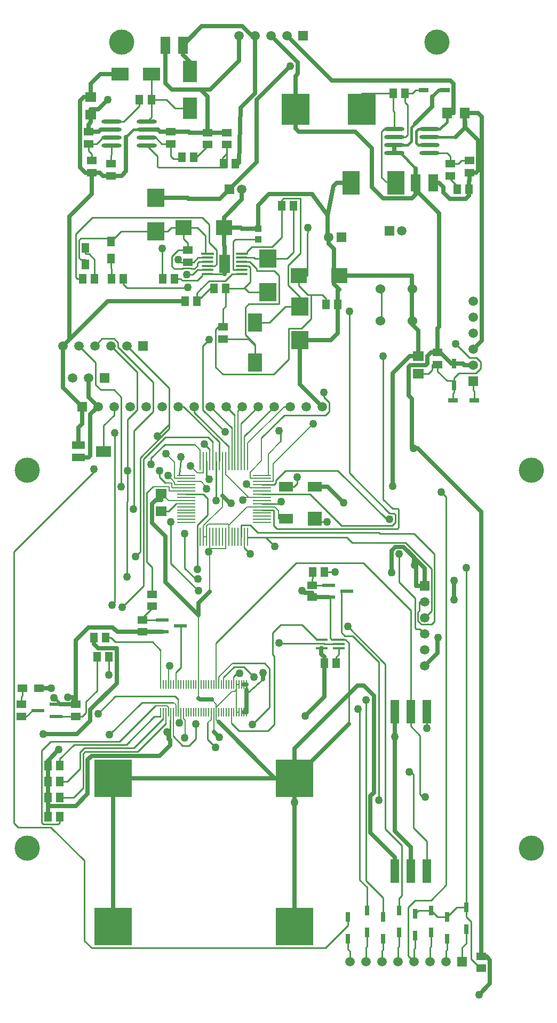
<source format=gtl>
%FSLAX25Y25*%
%MOIN*%
G70*
G01*
G75*
G04 Layer_Physical_Order=1*
G04 Layer_Color=255*
%ADD10R,0.03150X0.06299*%
%ADD11O,0.12598X0.02362*%
%ADD12R,0.00945X0.11811*%
%ADD13R,0.11811X0.00945*%
%ADD14O,0.11811X0.00945*%
%ADD15R,0.03937X0.04331*%
%ADD16R,0.05906X0.05118*%
%ADD17R,0.05118X0.05906*%
%ADD18R,0.09449X0.07087*%
%ADD19R,0.07874X0.04724*%
%ADD20R,0.08268X0.02362*%
%ADD21R,0.17716X0.19685*%
%ADD22R,0.08661X0.11811*%
%ADD23R,0.11024X0.07874*%
%ADD24R,0.06299X0.03150*%
%ADD25R,0.11000X0.15000*%
%ADD26R,0.10984X0.11811*%
%ADD27R,0.06496X0.04724*%
%ADD28R,0.06496X0.04528*%
%ADD29R,0.06299X0.10630*%
%ADD30R,0.10236X0.09449*%
%ADD31R,0.06299X0.07087*%
%ADD32R,0.07087X0.06299*%
%ADD33R,0.08661X0.13386*%
%ADD34R,0.04528X0.06496*%
%ADD35R,0.04724X0.06496*%
%ADD36R,0.07874X0.01378*%
%ADD37O,0.07874X0.01378*%
%ADD38R,0.06500X0.11201*%
%ADD39R,0.09055X0.05906*%
%ADD40R,0.09055X0.05906*%
%ADD41R,0.09055X0.09055*%
%ADD42R,0.05512X0.14961*%
%ADD43R,0.07284X0.01575*%
%ADD44R,0.23622X0.23622*%
%ADD45O,0.00669X0.05709*%
%ADD46R,0.00669X0.05709*%
%ADD47C,0.02500*%
%ADD48C,0.01000*%
%ADD49C,0.00800*%
%ADD50C,0.00600*%
%ADD51C,0.00661*%
%ADD52C,0.00700*%
%ADD53C,0.02205*%
%ADD54C,0.01654*%
%ADD55C,0.00965*%
%ADD56C,0.01102*%
%ADD57C,0.00900*%
%ADD58C,0.05906*%
%ADD59R,0.05906X0.05906*%
%ADD60C,0.06000*%
%ADD61R,0.05906X0.05906*%
%ADD62C,0.15748*%
%ADD63C,0.05000*%
D10*
X450000Y390693D02*
D03*
Y377307D02*
D03*
X484500Y719307D02*
D03*
Y732693D02*
D03*
X440000Y386693D02*
D03*
Y373307D02*
D03*
X418000Y386693D02*
D03*
Y373307D02*
D03*
X430000Y390693D02*
D03*
Y377307D02*
D03*
X460000Y388693D02*
D03*
Y375307D02*
D03*
X470000Y377307D02*
D03*
Y390693D02*
D03*
X480000Y373307D02*
D03*
Y386693D02*
D03*
X492000Y379307D02*
D03*
Y392693D02*
D03*
D11*
X292472Y869106D02*
D03*
Y874106D02*
D03*
Y879106D02*
D03*
Y884106D02*
D03*
X270425Y869106D02*
D03*
Y874106D02*
D03*
Y879106D02*
D03*
Y884106D02*
D03*
X469024Y864500D02*
D03*
Y869500D02*
D03*
Y874500D02*
D03*
Y879500D02*
D03*
X446976Y864500D02*
D03*
Y869500D02*
D03*
Y874500D02*
D03*
Y879500D02*
D03*
D12*
X325858Y671858D02*
D03*
X327827D02*
D03*
X329795D02*
D03*
X331764D02*
D03*
X333732D02*
D03*
X335701D02*
D03*
X337669D02*
D03*
X339638D02*
D03*
X341606D02*
D03*
X343575D02*
D03*
X345543D02*
D03*
X347512D02*
D03*
X349480D02*
D03*
X351449D02*
D03*
X353417D02*
D03*
X355386D02*
D03*
Y624614D02*
D03*
X353417D02*
D03*
X351449D02*
D03*
X349480D02*
D03*
X347512D02*
D03*
X345543D02*
D03*
X343575D02*
D03*
X341606D02*
D03*
X339638D02*
D03*
X337669D02*
D03*
X335701D02*
D03*
X333732D02*
D03*
X331764D02*
D03*
X329795D02*
D03*
X327827D02*
D03*
X325858D02*
D03*
D13*
X364244Y663000D02*
D03*
Y661032D02*
D03*
Y659063D02*
D03*
Y657095D02*
D03*
Y655126D02*
D03*
Y653158D02*
D03*
Y651189D02*
D03*
Y649221D02*
D03*
Y647252D02*
D03*
Y645284D02*
D03*
Y643315D02*
D03*
Y641347D02*
D03*
Y639378D02*
D03*
Y637410D02*
D03*
Y635441D02*
D03*
Y633473D02*
D03*
X317000D02*
D03*
Y635441D02*
D03*
Y637410D02*
D03*
Y639378D02*
D03*
Y641347D02*
D03*
Y643315D02*
D03*
Y645284D02*
D03*
Y647252D02*
D03*
Y649221D02*
D03*
Y651189D02*
D03*
Y653158D02*
D03*
Y655126D02*
D03*
Y657095D02*
D03*
Y659063D02*
D03*
Y661032D02*
D03*
D14*
Y663000D02*
D03*
D15*
X362000Y817346D02*
D03*
Y810654D02*
D03*
D16*
X258000Y859740D02*
D03*
Y852260D02*
D03*
X342449Y869866D02*
D03*
Y877346D02*
D03*
X330449Y869866D02*
D03*
Y877346D02*
D03*
X256000Y877740D02*
D03*
Y870260D02*
D03*
X340000Y755740D02*
D03*
Y748260D02*
D03*
X318000Y803740D02*
D03*
Y796260D02*
D03*
X501500Y362240D02*
D03*
Y354760D02*
D03*
X289795Y565047D02*
D03*
Y572528D02*
D03*
X395748Y586807D02*
D03*
Y594287D02*
D03*
X295795Y581047D02*
D03*
Y588528D02*
D03*
X248000Y519740D02*
D03*
Y512260D02*
D03*
X307500Y877740D02*
D03*
Y870260D02*
D03*
X270000Y850260D02*
D03*
Y857740D02*
D03*
X494000Y852260D02*
D03*
Y859740D02*
D03*
X474000Y739740D02*
D03*
Y732260D02*
D03*
X482000Y850260D02*
D03*
Y857740D02*
D03*
X214000Y512260D02*
D03*
Y519740D02*
D03*
D17*
X347740Y858000D02*
D03*
X340260D02*
D03*
X323740Y772000D02*
D03*
X316260D02*
D03*
X341740Y780000D02*
D03*
X334260D02*
D03*
X270260Y786000D02*
D03*
X277740D02*
D03*
X302260D02*
D03*
X309740D02*
D03*
X261213Y549547D02*
D03*
X268693D02*
D03*
X410693Y545547D02*
D03*
X403213D02*
D03*
X321740Y862000D02*
D03*
X314260D02*
D03*
X287760Y898000D02*
D03*
X295240D02*
D03*
X493740Y842000D02*
D03*
X486260D02*
D03*
X411740Y770000D02*
D03*
X404260D02*
D03*
X453740Y902000D02*
D03*
X446260D02*
D03*
X384189Y831606D02*
D03*
X376709D02*
D03*
X252260Y786000D02*
D03*
X259740D02*
D03*
X403488Y602547D02*
D03*
X396008D02*
D03*
X230713Y449547D02*
D03*
X238193D02*
D03*
X230713Y461547D02*
D03*
X238193D02*
D03*
X230713Y471547D02*
D03*
X238193D02*
D03*
X230713Y481547D02*
D03*
X238193D02*
D03*
X266693Y561547D02*
D03*
X259213D02*
D03*
D18*
X265480Y678000D02*
D03*
D19*
X249732Y674063D02*
D03*
Y681937D02*
D03*
D20*
X313504Y568787D02*
D03*
X302087Y565047D02*
D03*
Y572528D02*
D03*
X417457Y590547D02*
D03*
X406039Y586807D02*
D03*
Y594287D02*
D03*
X224291Y516000D02*
D03*
X235709Y519740D02*
D03*
Y512260D02*
D03*
D21*
X385331Y892000D02*
D03*
X426669D02*
D03*
D22*
X360000Y733598D02*
D03*
Y758402D02*
D03*
D23*
X295343Y914000D02*
D03*
X275657D02*
D03*
D24*
X478693Y904000D02*
D03*
X465307D02*
D03*
X483807Y710000D02*
D03*
X497193D02*
D03*
D25*
X448049Y846000D02*
D03*
X419951D02*
D03*
D26*
X298000Y836433D02*
D03*
Y815567D02*
D03*
X368000Y798433D02*
D03*
Y777567D02*
D03*
X388000Y768433D02*
D03*
Y747567D02*
D03*
D27*
X214685Y530000D02*
D03*
D28*
X225118D02*
D03*
D29*
X303988Y932000D02*
D03*
X315012D02*
D03*
X460488Y846000D02*
D03*
X471512D02*
D03*
D30*
X412598Y788000D02*
D03*
X387402D02*
D03*
X340598Y818000D02*
D03*
X315402D02*
D03*
D31*
X479937Y889606D02*
D03*
X490961D02*
D03*
D32*
X301500Y640488D02*
D03*
Y651512D02*
D03*
X462000Y737512D02*
D03*
Y726488D02*
D03*
X257500Y888488D02*
D03*
Y899512D02*
D03*
D33*
X319500Y892583D02*
D03*
Y915417D02*
D03*
D34*
X270000Y809118D02*
D03*
X254000Y794882D02*
D03*
D35*
X270000Y798685D02*
D03*
X254000Y805315D02*
D03*
D36*
X330480Y801606D02*
D03*
D37*
Y799047D02*
D03*
Y796488D02*
D03*
Y793929D02*
D03*
Y791370D02*
D03*
Y788811D02*
D03*
X351740Y801606D02*
D03*
Y799047D02*
D03*
Y796488D02*
D03*
Y793929D02*
D03*
Y791370D02*
D03*
Y788811D02*
D03*
D38*
X341110Y795209D02*
D03*
D39*
X397500Y656000D02*
D03*
X379390D02*
D03*
D40*
Y636000D02*
D03*
D41*
X397500D02*
D03*
D42*
X467453Y515154D02*
D03*
X457453D02*
D03*
X447453D02*
D03*
X467453Y415547D02*
D03*
X457453D02*
D03*
X447453D02*
D03*
D43*
X401638Y554988D02*
D03*
Y560106D02*
D03*
X412268D02*
D03*
Y557547D02*
D03*
Y554988D02*
D03*
D44*
X384579Y380762D02*
D03*
Y473478D02*
D03*
X271480Y380762D02*
D03*
Y473478D02*
D03*
D45*
X301158Y514886D02*
D03*
X302732D02*
D03*
X304307D02*
D03*
X305882D02*
D03*
X307457D02*
D03*
X309032D02*
D03*
X310606D02*
D03*
X312181D02*
D03*
X313756D02*
D03*
X315331D02*
D03*
X316906D02*
D03*
X318480D02*
D03*
X320055D02*
D03*
X321630D02*
D03*
X323205D02*
D03*
X324780D02*
D03*
X326354D02*
D03*
X327929D02*
D03*
X329504D02*
D03*
X331079D02*
D03*
X332654D02*
D03*
X334228D02*
D03*
X335803D02*
D03*
X337378D02*
D03*
X338953D02*
D03*
X340528D02*
D03*
X342102D02*
D03*
X343677D02*
D03*
X345252D02*
D03*
X346827D02*
D03*
X348402D02*
D03*
X349976D02*
D03*
X351551D02*
D03*
X353126D02*
D03*
X354701D02*
D03*
X301158Y532307D02*
D03*
X302732D02*
D03*
X304307D02*
D03*
X305882D02*
D03*
X307457D02*
D03*
X309032D02*
D03*
X310606D02*
D03*
X312181D02*
D03*
X313756D02*
D03*
X315331D02*
D03*
X316906D02*
D03*
X318480D02*
D03*
X320055D02*
D03*
X321630D02*
D03*
X323205D02*
D03*
X324780D02*
D03*
X326354D02*
D03*
X327929D02*
D03*
X329504D02*
D03*
X331079D02*
D03*
X332654D02*
D03*
X334228D02*
D03*
X335803D02*
D03*
X337378D02*
D03*
X338953D02*
D03*
X340528D02*
D03*
X342102D02*
D03*
X343677D02*
D03*
X345252D02*
D03*
X346827D02*
D03*
X348402D02*
D03*
X349976D02*
D03*
X351551D02*
D03*
X353126D02*
D03*
D46*
X354701D02*
D03*
D47*
X474000Y561000D02*
X474500Y561500D01*
X474000Y552000D02*
Y561000D01*
X466000Y544000D02*
X474000Y552000D01*
X459275Y611625D02*
X466000Y604900D01*
X446000Y726824D02*
X450797Y731621D01*
X446000Y656063D02*
Y726824D01*
X401500Y554850D02*
X401638Y554988D01*
X401500Y551113D02*
Y554850D01*
Y551113D02*
X403213Y549400D01*
Y545547D02*
Y549400D01*
Y524413D02*
Y545547D01*
X391400Y512600D02*
X403213Y524413D01*
X306200Y498200D02*
X306986Y497414D01*
X306200Y498200D02*
Y501500D01*
X300353Y487539D02*
X306986Y494173D01*
X258000Y487539D02*
X300353D01*
X248000Y456300D02*
X255500Y463800D01*
X232000Y456300D02*
X248000D01*
X230713Y457587D02*
X232000Y456300D01*
X230713Y457587D02*
Y461547D01*
X305200Y502500D02*
X306200Y501500D01*
X306986Y494173D02*
Y497414D01*
X255500Y485039D02*
X258000Y487539D01*
X255500Y463800D02*
Y485039D01*
X230713Y449547D02*
Y457587D01*
X259213Y557587D02*
Y561547D01*
Y557587D02*
X262000Y554800D01*
X273600D01*
Y533000D02*
Y554800D01*
X257150Y516550D02*
X273600Y533000D01*
X257150Y509550D02*
Y516550D01*
X248766Y501166D02*
X257150Y509550D01*
X227722Y501166D02*
X248766D01*
X230713Y484600D02*
X237500Y491387D01*
X230713Y481547D02*
Y484600D01*
Y471547D02*
Y481547D01*
Y461547D02*
Y471547D01*
X360900Y897700D02*
X382100Y918900D01*
X360900Y858900D02*
Y897700D01*
X344000Y842000D02*
X360900Y858900D01*
X338000Y836000D02*
X344000Y842000D01*
X318433Y836000D02*
X338000D01*
X318000Y836433D02*
X318433Y836000D01*
X298000Y836433D02*
X318000D01*
X344312Y645500D02*
X345000D01*
X339638Y650174D02*
X344312Y645500D01*
X499900Y338260D02*
X506800Y345160D01*
Y360000D01*
X504560Y362240D02*
X506800Y360000D01*
X501500Y362240D02*
X504560D01*
X501500D02*
Y640250D01*
X461750Y680000D02*
X501500Y640250D01*
X458000Y680000D02*
X461750D01*
X458000D02*
Y711000D01*
X456200Y712800D02*
X458000Y711000D01*
X456200Y712800D02*
Y731000D01*
X457200Y732000D01*
X466800D01*
X467800Y733000D01*
Y737540D01*
X470000Y739740D01*
X474000D01*
X470800Y893600D02*
Y900000D01*
X460200Y883000D02*
X470800Y893600D01*
X490793Y732000D02*
X496500D01*
X490100Y732693D02*
X490793Y732000D01*
X484500Y732693D02*
X490100D01*
X482747D02*
X484500D01*
X475700Y739740D02*
X482747Y732693D01*
X474000Y739740D02*
X475700D01*
X446976Y864500D02*
Y869500D01*
X474000Y739740D02*
Y754700D01*
X475000Y755700D01*
X460488Y841412D02*
Y846000D01*
X475000Y755700D02*
Y826900D01*
X460488Y841412D02*
X475000Y826900D01*
X460488Y838688D02*
Y841412D01*
X458000Y836200D02*
X460488Y838688D01*
X440200Y836200D02*
X458000D01*
X433200Y843200D02*
X440200Y836200D01*
X433200Y843200D02*
Y867500D01*
X422700Y878000D02*
X433200Y867500D01*
X387331Y878000D02*
X422700D01*
X385331Y880000D02*
X387331Y878000D01*
X385331Y880000D02*
Y892000D01*
X460488Y846000D02*
Y854912D01*
X385331Y892000D02*
Y912656D01*
X386850Y914175D01*
Y921150D01*
X370000Y938000D02*
X386850Y921150D01*
X249732Y674063D02*
X256000D01*
X257200Y675263D01*
Y701200D01*
X262000Y706000D01*
X256000Y712000D02*
X262000Y706000D01*
X256000Y712000D02*
Y724000D01*
X319500Y915417D02*
Y921400D01*
X315012Y925888D02*
X319500Y921400D01*
X315012Y925888D02*
Y932000D01*
X353126Y532307D02*
X354701D01*
X353126Y514886D02*
X354701D01*
Y528852D01*
X365200Y535400D02*
Y539400D01*
X315012Y932000D02*
X326812Y943800D01*
X352100D01*
X357900Y938000D01*
X360000D01*
Y901800D02*
Y938000D01*
X350900Y892700D02*
X360000Y901800D01*
X349965Y858387D02*
X350900Y892700D01*
X225118Y530000D02*
X232750D01*
X479937Y889606D02*
X484100D01*
X482000Y909800D02*
X484100Y907700D01*
X408200Y909800D02*
X482000D01*
X380000Y938000D02*
X408200Y909800D01*
X262200Y892000D02*
X268000Y897800D01*
X257500Y888488D02*
Y892000D01*
X263866Y879106D02*
X270425D01*
X262500Y877740D02*
X263866Y879106D01*
X256000Y877740D02*
X262500D01*
X257500Y883800D02*
Y888488D01*
X256000Y882300D02*
X257500Y883800D01*
X256000Y877740D02*
Y882300D01*
X447453Y499500D02*
Y515154D01*
X457453Y415547D02*
Y430500D01*
X447453Y440500D02*
Y499500D01*
Y440500D02*
X457453Y430500D01*
X334228Y502672D02*
X337700Y499200D01*
X411000Y846000D02*
X419951D01*
X409000Y844000D02*
X411000Y846000D01*
X405500Y825600D02*
X409000Y844000D01*
X395791Y838809D02*
X405500Y825600D01*
X368809Y838809D02*
X395791D01*
X362000Y832000D02*
X368809Y838809D01*
X362000Y817346D02*
Y832000D01*
X351554Y817346D02*
X362000D01*
X350900Y818000D02*
X351554Y817346D01*
X340598Y818000D02*
X350900D01*
X340598Y806812D02*
Y818000D01*
Y806812D02*
X341110Y806300D01*
Y795209D02*
Y806300D01*
X340598Y818000D02*
Y824098D01*
X351874Y835374D01*
Y840000D01*
X341110Y788811D02*
Y795209D01*
X240000Y744000D02*
X244000Y748000D01*
X412598Y788000D02*
X458000D01*
Y757500D02*
X462000Y753500D01*
Y737512D02*
Y753500D01*
X409598Y788000D02*
X412598D01*
X268000Y772000D02*
X315500D01*
X244000Y748000D02*
X268000Y772000D01*
X244000Y748000D02*
Y824800D01*
X258000Y838800D01*
Y852260D01*
X450797Y731621D02*
X456688Y737512D01*
X301500Y651512D02*
X301740D01*
X301500Y647500D02*
Y651512D01*
X295707Y645207D02*
X298000Y647500D01*
X324780Y583082D02*
X331764Y590066D01*
X295707Y633293D02*
Y645207D01*
Y633293D02*
X304200Y624800D01*
Y596080D02*
Y624800D01*
Y596080D02*
X324780Y575500D01*
Y583082D01*
X447453Y415547D02*
Y424300D01*
X434300Y464667D02*
Y525200D01*
X384579Y473478D02*
X418700Y507599D01*
X432152Y462519D02*
X434300Y464667D01*
X424000Y531500D02*
X428000D01*
X384579Y473478D02*
Y492079D01*
X432152Y439601D02*
X447453Y424300D01*
X432152Y439601D02*
Y462519D01*
X428000Y531500D02*
X434300Y525200D01*
X418700Y526200D02*
X424000Y531500D01*
X395748Y586807D02*
X406039D01*
X324780Y523600D02*
X325580Y522800D01*
X333003D01*
X337300Y508703D02*
X372525Y473478D01*
X271480D02*
X372525D01*
X384579D01*
X271480Y380762D02*
Y473478D01*
X238400Y519740D02*
X248000D01*
X289795Y565047D02*
X302087D01*
X384579Y380762D02*
Y458650D01*
Y473478D01*
X273953Y565047D02*
X289795D01*
X271000Y568000D02*
X273953Y565047D01*
X256200Y568000D02*
X271000D01*
X248000Y559800D02*
X256200Y568000D01*
X248000Y519740D02*
Y559800D01*
X246000Y524300D02*
X248000Y519740D01*
X243000Y524300D02*
X246000D01*
X332000Y904200D02*
X350000Y922200D01*
X326100Y904200D02*
X332000D01*
X330449Y877346D02*
Y899851D01*
X350000Y922200D02*
Y938000D01*
X303988Y908212D02*
X308000Y904200D01*
X303988Y908212D02*
Y932000D01*
X330449Y877346D02*
X342449D01*
X319094D02*
X330449D01*
X318700Y877740D02*
X319094Y877346D01*
X307500Y877740D02*
X318700D01*
X406126Y807874D02*
Y812000D01*
Y807874D02*
X409500Y804500D01*
Y782457D02*
X412598Y779358D01*
X411740Y778500D02*
X412598Y779358D01*
X411740Y770000D02*
Y778500D01*
X300666Y877740D02*
X307500D01*
X299300Y879106D02*
X300666Y877740D01*
X292472Y879106D02*
X299300D01*
X279400Y853060D02*
Y874506D01*
X276600Y850260D02*
X279400Y853060D01*
X270000Y850260D02*
X276600D01*
X263500Y914000D02*
X275657D01*
X257500Y908000D02*
X263500Y914000D01*
X257500Y899512D02*
Y908000D01*
X253000Y899512D02*
X257500D01*
X250700Y897212D02*
X253000Y899512D01*
X250700Y855560D02*
Y897212D01*
Y855560D02*
X254000Y852260D01*
X258000D01*
X411740Y752000D02*
Y770000D01*
X407307Y747567D02*
X411740Y752000D01*
X388000Y747567D02*
X407307D01*
X265000Y850260D02*
X270000D01*
X263000Y852260D02*
X265000Y850260D01*
X258000Y852260D02*
X263000D01*
X388000Y720000D02*
Y747567D01*
Y720000D02*
X402000Y706000D01*
X249732Y681937D02*
Y692800D01*
X252000Y695068D01*
Y706000D01*
X240000Y718000D02*
Y744000D01*
Y718000D02*
X252000Y706000D01*
X471512Y846000D02*
X474900D01*
X477800Y843100D01*
Y840000D02*
Y843100D01*
Y840000D02*
X481800Y836000D01*
X491740D01*
X493740Y838000D01*
Y842000D01*
Y847000D01*
X494000Y847260D01*
Y852260D01*
X491411Y880450D02*
X499300Y872561D01*
Y853560D02*
Y872561D01*
X494000Y852260D02*
X498000D01*
X499300Y853560D01*
X490961Y880900D02*
Y889606D01*
X499300D01*
X501800Y887106D01*
Y747300D02*
Y887106D01*
X496500Y742000D02*
X501800Y747300D01*
X395748Y586807D02*
Y589600D01*
X389500Y591000D02*
X390900Y589600D01*
X459275Y607225D02*
X459700Y606800D01*
X452844Y618350D02*
X459275Y611919D01*
X445300Y602200D02*
Y616000D01*
X447650Y618350D01*
X466000Y594000D02*
Y604900D01*
X460800Y594000D02*
X466000D01*
X460800D02*
Y605700D01*
X459700Y606800D02*
X460800Y605700D01*
X484300Y585100D02*
Y597100D01*
X456688Y737512D02*
X462000D01*
X405500Y656000D02*
X415500Y646000D01*
X397500Y656000D02*
X405500D01*
X459275Y607225D02*
Y611625D01*
Y611919D01*
X447650Y618350D02*
X452550D01*
X452844D01*
X452550D02*
X459275Y611625D01*
X348500Y857000D02*
X348599Y857094D01*
X349965Y858387D01*
X257500Y892000D02*
X262200D01*
X484100Y889606D02*
Y907700D01*
X298000Y647500D02*
X301500D01*
X331100Y615300D02*
X331764D01*
X308000Y904200D02*
X326100D01*
X332000D01*
X326100D02*
X330449Y899851D01*
X390900Y589600D02*
X395748D01*
X384579Y492079D02*
X418700Y526200D01*
X424000Y531500D01*
X409500Y782457D02*
Y788000D01*
Y804500D01*
X405500Y812000D02*
Y825600D01*
X450797Y731621D02*
X456688Y737512D01*
X458000Y757500D02*
Y759500D01*
Y779500D01*
Y788000D01*
X485461Y874500D02*
X491411Y880450D01*
X490961Y889606D02*
X491411Y880450D01*
X499300Y872561D01*
X490961Y880900D02*
X491411Y880450D01*
D48*
X476500Y652600D02*
X479500Y649600D01*
Y406700D02*
Y649600D01*
X470100Y397300D02*
X479500Y406700D01*
X460000Y397300D02*
X470100D01*
X455700Y393000D02*
X460000Y397300D01*
X455700Y362395D02*
Y393000D01*
Y362395D02*
X459394Y358701D01*
X375000Y691000D02*
X375200D01*
X376200Y690000D01*
X305900Y640488D02*
X310695Y645284D01*
X301500Y640488D02*
X305900D01*
X356000Y527553D02*
X365200Y535400D01*
X354701Y528852D02*
Y532307D01*
Y528852D02*
X356000Y527553D01*
X464600Y462000D02*
X466500D01*
X463200Y463400D02*
X464600Y462000D01*
X463200Y463400D02*
Y500353D01*
X457453Y506100D02*
X463200Y500353D01*
X457453Y506100D02*
Y515154D01*
X335803Y558303D02*
X385800Y608300D01*
X427800D01*
X457453Y578647D01*
Y515154D02*
Y578647D01*
X467453Y415547D02*
Y434300D01*
X459200Y442553D02*
X467453Y434300D01*
X459200Y442553D02*
Y475700D01*
X457400Y477500D02*
X459200Y475700D01*
X456500Y477500D02*
X457400D01*
X330500Y497796D02*
Y508046D01*
Y497796D02*
X335396Y492900D01*
X345908Y545400D02*
X366000D01*
X369200Y542200D01*
Y518000D02*
Y542200D01*
X358500Y507300D02*
X369200Y518000D01*
X467453Y504800D02*
Y515154D01*
X500840Y354760D02*
X501500D01*
X495100Y360500D02*
X500840Y354760D01*
X495100Y360500D02*
Y383900D01*
X492000Y387000D02*
X495100Y383900D01*
X492000Y387000D02*
Y392693D01*
X486000D02*
X492000D01*
X480000Y386693D02*
X486000Y392693D01*
X474000Y386693D02*
X480000D01*
X470000Y390693D02*
X474000Y386693D01*
X462000Y390693D02*
X470000D01*
X460000Y388693D02*
X462000Y390693D01*
X375000Y770100D02*
Y788000D01*
X354100Y750900D02*
X360000Y745000D01*
Y733598D02*
Y744260D01*
X361000Y791000D02*
Y792200D01*
Y791000D02*
X372000D01*
X375000Y788000D01*
X356200Y770100D02*
X375000D01*
X354100Y768000D02*
X356200Y770100D01*
X354100Y750900D02*
Y768000D01*
X360000Y744260D02*
Y745000D01*
X356000Y748260D02*
X360000Y744260D01*
X340000Y748260D02*
X356000D01*
X276500Y655800D02*
Y712000D01*
X272100Y716400D02*
X276500Y712000D01*
X263600Y716400D02*
X272100D01*
X260500Y719500D02*
X263600Y716400D01*
X260500Y719500D02*
Y733500D01*
X250000Y744000D02*
X260500Y733500D01*
X284100Y641733D02*
X284500Y642133D01*
Y691000D01*
X296453Y702953D01*
Y721247D01*
X274500Y743200D02*
X296453Y721247D01*
X274500Y743200D02*
Y746000D01*
X272000Y748500D02*
X274500Y746000D01*
X264500Y748500D02*
X272000D01*
X260000Y744000D02*
X264500Y748500D01*
X347754Y810654D02*
X362000D01*
X346300Y809200D02*
X347754Y810654D01*
X265047Y874106D02*
X270425D01*
X261200Y870260D02*
X265047Y874106D01*
X256000Y870260D02*
X261200D01*
X258000Y859740D02*
Y864000D01*
X256000Y866000D02*
X258000Y864000D01*
X256000Y866000D02*
Y870260D01*
X342449Y864189D02*
Y869866D01*
X299200Y856000D02*
X299700Y855500D01*
X299200Y856000D02*
Y862379D01*
X292472Y869106D02*
X299200Y862379D01*
X331217Y784500D02*
X341389D01*
X323740Y777023D02*
X324017Y777300D01*
X323740Y774000D02*
Y777023D01*
Y772000D02*
Y772260D01*
X326200Y779483D02*
X331217Y784500D01*
X326200Y779467D02*
Y779483D01*
X324033Y777300D02*
X326200Y779467D01*
X324017Y777300D02*
X324033D01*
X326000Y774000D02*
X332000Y780000D01*
X334260D01*
X331400Y808500D02*
X335900Y804000D01*
X331400Y808500D02*
Y820000D01*
X327100Y824300D02*
X331400Y820000D01*
X258400Y824300D02*
X327100D01*
X248100Y814000D02*
X258400Y824300D01*
X248100Y787000D02*
Y814000D01*
Y787000D02*
X249100Y786000D01*
X252260D01*
X317800Y780300D02*
X318000Y780500D01*
X280000Y780300D02*
X317800D01*
X277740Y782560D02*
X280000Y780300D01*
X277740Y782560D02*
Y786000D01*
X318000Y796260D02*
X321700D01*
X313640D02*
X318000D01*
X312200Y797700D02*
X313640Y796260D01*
X302200Y786000D02*
X302260D01*
X397500Y636000D02*
X399500Y634000D01*
X404900D01*
X296000Y558747D02*
X301158Y553590D01*
X272800Y558747D02*
X296000D01*
X270000Y561547D02*
X272800Y558747D01*
X266693Y561547D02*
X270000D01*
X286707Y490300D02*
X304307Y507900D01*
X253900Y490300D02*
X286707D01*
X252700Y489100D02*
X253900Y490300D01*
X252700Y467447D02*
Y489100D01*
X246800Y461547D02*
X252700Y467447D01*
X238193Y461547D02*
X246800D01*
X275264Y496564D02*
X297700Y519000D01*
X232464Y496564D02*
X275264D01*
X226600Y490700D02*
X232464Y496564D01*
X226600Y446000D02*
Y490700D01*
Y446000D02*
X227600Y445000D01*
X237193D01*
X238193Y446000D01*
Y449547D01*
X305882Y542982D02*
X306700Y543800D01*
X322900Y507400D02*
X323000Y507500D01*
X322900Y498295D02*
Y507400D01*
X318605Y494000D02*
X322900Y498295D01*
X314693Y494000D02*
X318605D01*
X308993Y499700D02*
X314693Y494000D01*
X412268Y550975D02*
Y554988D01*
X410693Y549400D02*
X412268Y550975D01*
X410693Y545547D02*
Y549400D01*
X295795Y579700D02*
Y581047D01*
X289795Y573700D02*
X295795Y579700D01*
X289795Y572528D02*
Y573700D01*
Y572528D02*
X302087D01*
X396008Y598460D02*
Y602547D01*
X395748Y598200D02*
X396008Y598460D01*
X395748Y594287D02*
Y598200D01*
Y594287D02*
X406039D01*
X220940Y516000D02*
X224291D01*
X217200Y512260D02*
X220940Y516000D01*
X214000Y512260D02*
X217200D01*
X261213Y528313D02*
Y549547D01*
X254400Y521500D02*
X261213Y528313D01*
X254400Y514660D02*
Y521500D01*
X252000Y512260D02*
X254400Y514660D01*
X248000Y512260D02*
X252000D01*
X235709D02*
X248000D01*
X272000Y700601D02*
Y706000D01*
X265480Y694081D02*
X272000Y700601D01*
X265480Y678000D02*
Y694081D01*
X259740Y786000D02*
Y798000D01*
X256240Y801500D02*
X259740Y798000D01*
X254000Y801500D02*
X256240D01*
X254000D02*
Y805315D01*
X270000Y792460D02*
Y798685D01*
Y792460D02*
X270260Y792200D01*
Y786000D02*
Y792200D01*
X418000Y366694D02*
Y373307D01*
Y366694D02*
X419394Y365300D01*
Y358701D02*
Y365300D01*
X430000Y368306D02*
Y377307D01*
X429394Y367700D02*
X430000Y368306D01*
X429394Y358701D02*
Y367700D01*
X440000Y366306D02*
Y373307D01*
X439394Y365700D02*
X440000Y366306D01*
X439394Y358701D02*
Y365700D01*
X450000Y368306D02*
Y377307D01*
X449394Y367700D02*
X450000Y368306D01*
X449394Y358701D02*
Y367700D01*
X214685Y525185D02*
Y530000D01*
X214000Y524500D02*
X214685Y525185D01*
X214000Y519740D02*
Y524500D01*
X270425Y863625D02*
Y869106D01*
X270000Y863200D02*
X270425Y863625D01*
X270000Y857740D02*
Y863200D01*
X301847Y870260D02*
X307500D01*
X298000Y874106D02*
X301847Y870260D01*
X292472Y874106D02*
X298000D01*
X307500Y862500D02*
Y870260D01*
Y862500D02*
X309000Y861000D01*
X323240Y860300D02*
Y861740D01*
X330449Y868949D01*
Y869866D01*
X310017Y892583D02*
X319500D01*
X304600Y898000D02*
X310017Y892583D01*
X295240Y898000D02*
X304600D01*
X295343Y906002D02*
Y914000D01*
X295240Y905900D02*
X295343Y906002D01*
X295240Y898000D02*
Y905900D01*
Y886874D02*
Y898000D01*
X292472Y884106D02*
X295240Y886874D01*
X287760Y893866D02*
Y898000D01*
X278000Y884106D02*
X287760Y893866D01*
X270425Y884106D02*
X278000D01*
X486260Y842000D02*
Y844000D01*
X482000Y848260D02*
X486260Y844000D01*
X482000Y848260D02*
Y850260D01*
X489000Y859740D02*
X494000D01*
X487000Y857740D02*
X489000Y859740D01*
X482000Y857740D02*
X487000D01*
X482000D02*
Y862500D01*
X480000Y864500D02*
X482000Y862500D01*
X469024Y864500D02*
X480000D01*
X426669Y892000D02*
Y902000D01*
X446260Y891017D02*
Y902000D01*
Y891017D02*
X446976Y890300D01*
Y879500D02*
Y890300D01*
X448049Y846000D02*
Y846400D01*
X439100Y849300D02*
X442000Y846400D01*
X439100Y849300D02*
Y878000D01*
X440600Y879500D01*
X446976D01*
X460500Y904000D02*
X465307D01*
X458500Y902000D02*
X460500Y904000D01*
X453740Y902000D02*
X458500D01*
X453740Y896260D02*
Y902000D01*
Y896260D02*
X455400Y894600D01*
Y875900D02*
Y894600D01*
X454000Y874500D02*
X455400Y875900D01*
X446976Y874500D02*
X454000D01*
X360000Y758402D02*
X368900D01*
X378931Y768433D01*
X388000D01*
Y774500D01*
X380700Y781800D02*
X388000Y774500D01*
X380700Y781800D02*
Y794300D01*
X388300Y801900D01*
Y836059D01*
X377768D02*
X388300D01*
X376709Y835000D02*
X377768Y836059D01*
X376709Y831606D02*
Y835000D01*
Y812000D02*
Y831606D01*
X370609Y805900D02*
X376709Y812000D01*
X384189Y802622D02*
Y831606D01*
X380000Y798433D02*
X384189Y802622D01*
X368000Y798433D02*
X380000D01*
X360114D02*
X368000D01*
X359500Y799047D02*
X360114Y798433D01*
X351740Y799047D02*
X359500D01*
X324000Y795500D02*
X324988Y796488D01*
X324000Y794000D02*
Y795500D01*
X322200Y792200D02*
X324000Y794000D01*
X320174Y792200D02*
X322200D01*
X319973Y792401D02*
X320174Y792200D01*
X315027Y792401D02*
X319973D01*
X314826Y792200D02*
X315027Y792401D01*
X309681Y792200D02*
X314826D01*
X308200Y793681D02*
X309681Y792200D01*
X308200Y793681D02*
Y800000D01*
X311940Y803740D01*
X318000D01*
X324000Y818000D02*
X329000Y813000D01*
X315402Y818000D02*
X324000D01*
X318000Y803740D02*
Y808302D01*
X315402Y810900D02*
X318000Y808302D01*
X315402Y810900D02*
Y818000D01*
X307833D02*
X315402D01*
X305400Y815567D02*
X307833Y818000D01*
X298000Y815567D02*
X305400D01*
X276449D02*
X298000D01*
X270000Y809118D02*
X276449Y815567D01*
X270000Y809118D02*
Y811100D01*
X250100Y810000D02*
X251200Y811100D01*
X250100Y799000D02*
Y810000D01*
Y799000D02*
X251300Y797800D01*
X254000Y794882D02*
Y797800D01*
X485300Y745100D02*
X493900Y736500D01*
X498500D01*
X498000Y727000D02*
X501000Y730000D01*
X484500Y722100D02*
Y724000D01*
Y719307D02*
Y722100D01*
X498500Y736500D02*
X501000Y734000D01*
Y730000D02*
Y734000D01*
X487500Y727000D02*
X498000D01*
X484500Y724000D02*
X487500Y727000D01*
X474000Y728000D02*
X479900Y722100D01*
X474000Y728000D02*
Y732260D01*
X483807Y710000D02*
Y714300D01*
X484500Y714993D01*
Y719307D01*
X470872Y732260D02*
X474000D01*
X468521Y726488D02*
X470872Y728839D01*
X462000Y726488D02*
X468521D01*
X269100Y500800D02*
X289300Y521000D01*
X309200D01*
X261900Y514000D02*
X272600Y524700D01*
X310197D01*
X312181Y522716D01*
X312700Y508100D02*
X313756Y509156D01*
X341740Y780000D02*
X353200D01*
X357200Y784000D01*
X353200Y780000D02*
X353600D01*
X356033Y777567D01*
X368000D01*
X404260Y770000D02*
Y773640D01*
X402000Y775900D02*
X404260Y773640D01*
X387402Y781400D02*
X392902Y775900D01*
X387402Y781400D02*
Y788000D01*
X395000Y775900D02*
X402000D01*
X389000Y755000D02*
X395000Y761000D01*
X381000Y755000D02*
X389000D01*
X381000Y735500D02*
Y755000D01*
X371600Y726100D02*
X381000Y735500D01*
X340000Y726100D02*
X371600D01*
X335500Y730600D02*
X340000Y726100D01*
X335500Y730600D02*
Y754240D01*
X337000Y755740D01*
X340000D01*
X387402Y788000D02*
X392700D01*
Y814400D02*
X393100Y814800D01*
Y817900D01*
X393000Y818000D02*
X393100Y817900D01*
X341740Y768740D02*
Y780000D01*
X340000Y767000D02*
X341740Y768740D01*
X340000Y755740D02*
Y767000D01*
X497193Y710000D02*
Y715600D01*
X496500Y716293D02*
X497193Y715600D01*
X496500Y716293D02*
Y722000D01*
X364200Y686400D02*
X378300Y700500D01*
X404000D01*
X406500Y703000D01*
Y708500D01*
X403000Y712000D02*
X406500Y708500D01*
X403000Y712000D02*
Y715000D01*
X376200Y684100D02*
Y690000D01*
X378359Y706000D02*
X382000D01*
X353417Y687417D02*
X372000Y706000D01*
X351449Y695449D02*
X362000Y706000D01*
X349480Y703480D02*
X352000Y706000D01*
X342000D02*
X347512Y700488D01*
X332000Y706000D02*
X345543Y692457D01*
X322000Y702311D02*
X343575Y680736D01*
X322000Y702311D02*
Y706000D01*
X337669Y671858D02*
Y683757D01*
X315426Y706000D02*
X337669Y683757D01*
X312000Y706000D02*
X315426D01*
X450000Y390693D02*
Y398500D01*
X451800Y400300D01*
Y431600D01*
X441500Y441900D02*
X451800Y431600D01*
X441500Y441900D02*
Y545000D01*
X417900Y568600D02*
X441500Y545000D01*
X440000Y386693D02*
Y399000D01*
X429400Y409600D02*
X440000Y399000D01*
X429400Y409600D02*
Y522500D01*
X295100Y669900D02*
Y673800D01*
X303631Y682331D01*
X322227D01*
X430000Y390693D02*
Y405400D01*
X425400Y410000D02*
X430000Y405400D01*
X425400Y410000D02*
Y516200D01*
X424600Y517000D02*
X425400Y516200D01*
X424500Y517000D02*
X424600D01*
X259500Y665100D02*
Y667000D01*
X209500Y615100D02*
X259500Y665100D01*
X209500Y445400D02*
Y615100D01*
Y445400D02*
X211900Y443000D01*
X232500D01*
X253300Y422200D01*
Y372000D02*
Y422200D01*
Y372000D02*
X257900Y367400D01*
X404000D01*
X418000Y381400D01*
Y386693D01*
X492000Y370306D02*
Y379307D01*
X489394Y367700D02*
X492000Y370306D01*
X489394Y358701D02*
Y367700D01*
X330632Y687000D02*
X333732Y683900D01*
X304200Y687000D02*
X330632D01*
X290351Y673151D02*
X304200Y687000D01*
X290351Y593851D02*
Y673151D01*
X276900Y580400D02*
X290351Y593851D01*
X480000Y366306D02*
Y373307D01*
X479394Y365700D02*
X480000Y366306D01*
X479394Y358701D02*
Y365700D01*
X328364Y682500D02*
X331764Y679100D01*
X272500Y583600D02*
Y689600D01*
X270800Y581900D02*
X272500Y583600D01*
X470000Y368306D02*
Y377307D01*
X469394Y367700D02*
X470000Y368306D01*
X469394Y358701D02*
Y367700D01*
X460000Y367306D02*
Y375307D01*
X459394Y366700D02*
X460000Y367306D01*
X459394Y358701D02*
Y366700D01*
X280500Y665900D02*
Y697900D01*
X286500Y703900D01*
Y727500D01*
X270000Y744000D02*
X286500Y727500D01*
X300300Y661838D02*
X304000Y658138D01*
X300300Y661838D02*
Y665900D01*
X280500Y646700D02*
Y665900D01*
X280100Y646300D02*
X280500Y646700D01*
X280100Y599600D02*
Y646300D01*
X348700Y539200D02*
X350300D01*
X346827Y537327D02*
X348700Y539200D01*
X306500Y695000D02*
Y717500D01*
X280000Y744000D02*
X306500Y717500D01*
X299100Y687600D02*
X306500Y695000D01*
Y692200D02*
Y695000D01*
X288300Y615100D02*
Y674000D01*
X285500Y612300D02*
X288300Y615100D01*
X375100Y558100D02*
X375400Y557800D01*
X403100D01*
X403353Y557547D01*
X412268D01*
X398800Y560106D02*
X401638Y560106D01*
X389406Y569500D02*
X398800Y560106D01*
X376000Y569500D02*
X389406D01*
X371100Y564600D02*
X376000Y569500D01*
X371100Y550900D02*
Y564600D01*
Y550900D02*
X372000Y550000D01*
Y507300D02*
Y550000D01*
X368000Y503300D02*
X372000Y507300D01*
X349952Y503300D02*
X368000D01*
X345252Y508000D02*
X349952Y503300D01*
X313504Y568787D02*
X313600D01*
X310606Y539794D02*
X313600Y542788D01*
X292450Y652050D02*
X296400Y656000D01*
X292450Y608950D02*
Y652050D01*
Y608950D02*
X295795Y605605D01*
Y588528D02*
Y605605D01*
X413900Y590547D02*
X417457D01*
X413900Y564700D02*
X416000Y562600D01*
X421000D01*
X437500Y546100D01*
Y459800D02*
Y546100D01*
X316100Y605000D02*
Y626600D01*
Y605000D02*
X323000Y598100D01*
X324400D01*
X403488Y602547D02*
X409900D01*
X340528Y536828D02*
X346900Y543200D01*
X353000D01*
X359500Y536700D01*
X268693Y538300D02*
Y549547D01*
X307500Y608000D02*
X324700Y590800D01*
X307500Y608000D02*
Y633800D01*
X335701Y647101D02*
Y671858D01*
X327500Y743700D02*
X331500Y747700D01*
X327500Y704000D02*
Y743700D01*
Y704000D02*
X341400Y690100D01*
X329795Y662205D02*
X331500Y660500D01*
X329795Y662205D02*
Y671858D01*
X317000Y651189D02*
X327578D01*
X330400Y648367D01*
Y638314D02*
Y648367D01*
X323886Y631800D02*
X330400Y638314D01*
X323886Y604281D02*
Y631800D01*
X466000Y574000D02*
X470300Y578300D01*
Y604500D01*
X453900Y620900D02*
X470300Y604500D01*
X420600Y620900D02*
X453900D01*
X417300Y624200D02*
X420600Y620900D01*
X353417Y617400D02*
X357017Y613800D01*
X449900Y596100D02*
Y613800D01*
Y596100D02*
X459947Y586053D01*
Y567650D02*
Y586053D01*
Y567650D02*
X460800Y566797D01*
X463203D01*
X466000Y564000D01*
X351449Y624614D02*
Y631900D01*
X357200D01*
X361800Y627300D01*
X437300D01*
X438200Y626400D01*
X459500D01*
X472100Y613800D01*
Y571400D02*
Y613800D01*
X470400Y569700D02*
X472100Y571400D01*
X464000Y569700D02*
X470400D01*
X461747Y571953D02*
X464000Y569700D01*
X461747Y571953D02*
Y577447D01*
X462600Y578300D01*
Y584000D02*
X466000D01*
X364244Y657095D02*
X372000D01*
X373200Y658295D01*
Y660000D01*
X379200Y666000D01*
X411800D01*
X442300Y635500D01*
X443900D01*
X492000Y392693D02*
Y605242D01*
X440100Y648000D02*
Y737500D01*
Y648000D02*
X445919Y642181D01*
X449500D01*
X449800Y641881D01*
Y630400D02*
Y641881D01*
X448927Y629527D02*
X449800Y630400D01*
X373773Y629527D02*
X448927D01*
X371669Y631631D02*
X373773Y629527D01*
X371669Y631631D02*
Y641277D01*
X371600Y641347D02*
X371669Y641277D01*
X364244Y641347D02*
X371600D01*
X419000Y664500D02*
Y765500D01*
Y664500D02*
X444200Y639300D01*
X446800D01*
X447700Y638400D01*
Y633600D02*
Y638400D01*
X445600Y631500D02*
X447700Y633600D01*
X414000Y631500D02*
X445600D01*
X394311Y651189D02*
X414000Y631500D01*
X364244Y651189D02*
X394311D01*
X379390Y656000D02*
X384500D01*
X386500Y658000D01*
Y662000D01*
X375284Y645284D02*
X376500Y646500D01*
X364244Y645284D02*
X375284D01*
X306986Y497414D02*
Y502500D01*
Y509512D01*
X462600Y578300D02*
Y584000D01*
X355386Y624200D02*
X366800D01*
X355386D02*
X366800D01*
X417300D01*
X366800D02*
X372500Y618500D01*
X299700Y855500D02*
X340260D01*
X341949D01*
X339760Y856000D02*
Y858000D01*
Y861500D01*
X341949Y855500D02*
X342354Y855906D01*
X342449Y856000D01*
Y858000D01*
Y864189D01*
Y869866D01*
X339760Y861500D02*
X342449Y864189D01*
X323740Y774000D02*
X325500D01*
X323740Y772260D02*
X323760D01*
X325500Y774000D01*
X323740D02*
X325500D01*
X326000D01*
X302200Y786000D02*
Y805000D01*
X309000Y861000D02*
X314260D01*
X315760D01*
X426669Y902000D02*
X446260D01*
X442000Y846400D02*
X448049D01*
X251300Y797800D02*
X254000D01*
X251200Y811100D02*
X270000D01*
X470872Y728839D02*
Y732260D01*
X479900Y722100D02*
X484500D01*
X439000Y759500D02*
Y779500D01*
X395000Y761000D02*
Y775900D01*
X392902D02*
X395000D01*
X402000D01*
X392700Y788000D02*
Y814400D01*
X312600Y663000D02*
X312649Y663463D01*
X313600Y672400D01*
X288300Y674000D02*
X300500Y686200D01*
X306500Y692200D01*
X313600Y542788D02*
Y568787D01*
X413900Y564700D02*
Y590547D01*
X297122Y512030D02*
X301090D01*
X279656Y494564D02*
X297122Y512030D01*
X238193Y481547D02*
Y485746D01*
X247010Y494564D01*
X279656D01*
X250669Y490000D02*
X253210Y492541D01*
X250669Y479369D02*
Y490000D01*
X242847Y471547D02*
X250669Y479369D01*
X238193Y471547D02*
X242847D01*
X253210Y492541D02*
X284273D01*
D49*
X306986Y509512D02*
X307457Y509983D01*
X310695Y645284D02*
X317000D01*
X309700Y661032D02*
X317000D01*
X309700D02*
Y671300D01*
X304500Y676500D02*
X309700Y671300D01*
X306000Y647252D02*
X317000D01*
X301740Y651512D02*
X306000Y647252D01*
X331764Y617300D02*
Y624614D01*
Y617300D02*
X341606D01*
Y624614D01*
X345803Y528000D02*
X347402D01*
X348402Y529000D01*
X333003Y522800D02*
X335803Y520000D01*
Y510200D02*
X337300Y508703D01*
X308062Y655400D02*
Y657708D01*
X307632Y658138D02*
X308062Y657708D01*
X308336Y655126D02*
X317000D01*
X308062Y655400D02*
X308336Y655126D01*
X304000Y658138D02*
X307632D01*
X308000Y660370D02*
Y660500D01*
X309723Y657095D02*
X317000D01*
X309723D02*
Y658647D01*
X308000Y660370D02*
X309723Y658647D01*
X305800Y662700D02*
X308000Y660500D01*
X306400Y653158D02*
X317000D01*
X306400D02*
Y656000D01*
X296400D02*
X306400D01*
X331764Y590066D02*
Y615300D01*
Y617300D01*
Y590066D02*
Y615300D01*
D50*
X307457Y509983D02*
Y514886D01*
X351551Y532300D02*
Y532307D01*
X353126Y532300D02*
Y532307D01*
X351551Y514800D02*
Y514886D01*
X353126Y514800D02*
Y514886D01*
X334228Y502672D02*
Y514886D01*
X335803Y532307D02*
Y558303D01*
X332654Y510200D02*
Y514886D01*
X330500Y508046D02*
X332654Y510200D01*
X337378Y536870D02*
X345908Y545400D01*
X337378Y532307D02*
Y536870D01*
X301158Y532307D02*
Y553590D01*
X305882Y514886D02*
Y518000D01*
X304882Y519000D02*
X305882Y518000D01*
X297700Y519000D02*
X304882D01*
X305882Y532307D02*
Y542982D01*
X308993Y499700D02*
Y509807D01*
X309032Y509845D01*
Y514886D01*
X309200Y521000D02*
X310606Y519594D01*
Y514886D02*
Y519594D01*
X312181Y514886D02*
Y522716D01*
X313756Y509156D02*
Y514886D01*
X324780Y532307D02*
Y575500D01*
X349976Y514800D02*
Y514886D01*
X348402Y514800D02*
Y514886D01*
X349976Y532300D02*
Y532307D01*
X335803Y514886D02*
Y518000D01*
Y520000D01*
Y518000D02*
X345803Y528000D01*
X348402Y529000D02*
Y532300D01*
Y532307D01*
X324780Y523600D02*
Y532307D01*
X348402Y514886D02*
Y529000D01*
X335803Y510200D02*
Y514886D01*
X346827Y532307D02*
Y537327D01*
X345252Y508000D02*
Y514886D01*
X310606Y532307D02*
Y539794D01*
X316000Y499000D02*
X316445Y499445D01*
Y509843D01*
X315331Y510957D02*
X316445Y509843D01*
X315331Y510957D02*
Y514886D01*
X340528Y532307D02*
Y536828D01*
X351551Y514800D02*
X353126D01*
X351551Y532300D02*
X353126D01*
X348402Y514800D02*
X349976D01*
X348402Y532300D02*
X349976D01*
X301158Y512030D02*
Y514886D01*
X304307Y507900D02*
Y514886D01*
X302732Y511000D02*
Y514886D01*
D51*
X339638Y650174D02*
Y671858D01*
X343575Y632000D02*
X354890Y643315D01*
X327827Y624614D02*
X329795D01*
X355386Y624200D02*
Y624614D01*
X353417Y617400D02*
Y624614D01*
X364244Y663000D02*
X368300D01*
X313600Y672400D02*
Y674500D01*
X312600Y663000D02*
X317000D01*
X356300Y649221D02*
X364244D01*
X352500Y647500D02*
Y648421D01*
X317000Y659063D02*
X326400D01*
X357017Y613800D02*
X358217Y612600D01*
X353417Y617400D02*
X357017Y613800D01*
D52*
X339638Y643311D02*
Y650174D01*
X327827Y631500D02*
X339638Y643311D01*
X327827Y624614D02*
Y631500D01*
X374700Y636000D02*
X379390D01*
X372385Y643315D02*
X374700Y641000D01*
X364244Y643315D02*
X372385D01*
X354890D02*
X364244D01*
X343575Y624614D02*
Y632000D01*
X343180Y632395D02*
X343575Y632000D01*
X331000Y632395D02*
X343180D01*
X329795Y631190D02*
X331000Y632395D01*
X329795Y624614D02*
Y631190D01*
X354700Y657500D02*
X357074Y655126D01*
X364244D01*
X371500Y670300D02*
X396500Y695300D01*
X371500Y659063D02*
Y670300D01*
X364244Y659063D02*
X371500D01*
X357000Y661032D02*
X364244D01*
X357000D02*
Y665000D01*
X364200Y672200D01*
Y686400D01*
X368300Y676200D02*
X376200Y684100D01*
X355386Y683027D02*
X378359Y706000D01*
X355386Y671858D02*
Y683027D01*
X353417Y671858D02*
Y687417D01*
X351449Y671858D02*
Y695449D01*
X349480Y671858D02*
Y703480D01*
X347512Y671858D02*
Y700488D01*
X345543Y671858D02*
Y692457D01*
X343575Y671858D02*
Y680736D01*
X319677Y668923D02*
X324000Y664600D01*
X327827D01*
Y671858D01*
X322227Y682331D02*
X325858Y678700D01*
Y671858D02*
Y678700D01*
X333732Y671858D02*
Y683900D01*
X331764Y671858D02*
Y679100D01*
X355900Y649221D02*
X356300D01*
X341606Y663514D02*
Y671858D01*
X352500Y648421D02*
X353300Y649221D01*
X326400Y659063D02*
X329500Y655963D01*
Y654500D02*
X329571Y654571D01*
X374700Y636000D02*
Y641000D01*
X368300Y663000D02*
Y676200D01*
X341606Y663514D02*
X355900Y649221D01*
X353300D02*
X355900D01*
X356300D01*
X329500Y654500D02*
Y654571D01*
Y655963D01*
D53*
X474800Y904000D02*
X478693D01*
X470800Y900000D02*
X474800Y904000D01*
D54*
X457800Y880600D02*
X460200Y883000D01*
X457800Y872000D02*
Y880600D01*
X455300Y869500D02*
X457800Y872000D01*
X446976Y869500D02*
X455300D01*
X446976Y864500D02*
X450900D01*
X460488Y854912D01*
X462000Y869500D02*
X469024D01*
X460800Y870700D02*
X462000Y869500D01*
X460800Y870700D02*
Y878300D01*
X462000Y879500D01*
X469024D01*
X475437D01*
X479937Y884000D01*
Y889606D01*
X406039Y586807D02*
X406900D01*
X235709Y519740D02*
X238400D01*
X284000Y879106D02*
X292472D01*
X279400Y874506D02*
X284000Y879106D01*
X469024Y874500D02*
X485461D01*
X237234Y521266D02*
X238400Y520100D01*
X234500Y524000D02*
X237234Y521266D01*
X238400Y519740D02*
Y520100D01*
D55*
X351740Y796488D02*
X356712D01*
X361000Y792200D01*
X346300Y791370D02*
Y809200D01*
Y791370D02*
X351740D01*
X341389Y784500D02*
X345700Y788811D01*
X351740D01*
X330480Y793929D02*
X334829D01*
X335900Y795000D01*
Y804000D01*
X323891Y791370D02*
X330480D01*
X321021Y788500D02*
X323891Y791370D01*
X317500Y788500D02*
X321021D01*
X324487Y799047D02*
X330480D01*
X321700Y796260D02*
X324487Y799047D01*
X358000Y805900D02*
X370609D01*
X355000Y802900D02*
X358000Y805900D01*
X351740Y801606D02*
X355000D01*
X324988Y796488D02*
X330480D01*
X329000Y801606D02*
X330480D01*
X351740Y793929D02*
X356000D01*
X357200Y792729D01*
Y784000D02*
Y792729D01*
X330480Y788811D02*
X341110D01*
X327200D02*
X330480D01*
X324107Y784718D02*
X327200Y787811D01*
X314782Y784718D02*
X324107D01*
X313500Y786000D02*
X314782Y784718D01*
X310500Y786000D02*
X313500D01*
X355000Y801606D02*
Y802900D01*
X329000Y801606D02*
Y813000D01*
X327200Y787811D02*
Y788811D01*
D56*
X416594Y560106D02*
X418700Y558000D01*
X412268Y560106D02*
X416594D01*
X406900Y561206D02*
X408000Y560106D01*
X412268D01*
Y560106D01*
X406900Y561206D02*
Y586807D01*
X418700Y507599D02*
Y526200D01*
Y558000D01*
D57*
X284273Y492541D02*
X302732Y511000D01*
D58*
X451874Y816000D02*
D03*
X351874Y842000D02*
D03*
X496500Y772000D02*
D03*
Y762000D02*
D03*
Y752000D02*
D03*
Y742000D02*
D03*
Y732000D02*
D03*
X479394Y358701D02*
D03*
X469394D02*
D03*
X459394D02*
D03*
X449394D02*
D03*
X439394D02*
D03*
X429394D02*
D03*
X419394D02*
D03*
X256000Y724000D02*
D03*
X246000D02*
D03*
X280000Y744000D02*
D03*
X270000D02*
D03*
X260000D02*
D03*
X250000D02*
D03*
X240000D02*
D03*
X350000Y938000D02*
D03*
X360000D02*
D03*
X370000D02*
D03*
X380000D02*
D03*
X466000Y584000D02*
D03*
Y574000D02*
D03*
Y564000D02*
D03*
Y554000D02*
D03*
Y544000D02*
D03*
X402000Y706000D02*
D03*
X392000D02*
D03*
X382000D02*
D03*
X372000D02*
D03*
X362000D02*
D03*
X352000D02*
D03*
X342000D02*
D03*
X332000D02*
D03*
X322000D02*
D03*
X312000D02*
D03*
X302000D02*
D03*
X292000D02*
D03*
X282000D02*
D03*
X272000D02*
D03*
X262000D02*
D03*
X406126Y812000D02*
D03*
D59*
X444000Y816000D02*
D03*
X344000Y842000D02*
D03*
X489394Y358701D02*
D03*
X266000Y724000D02*
D03*
X290000Y744000D02*
D03*
X390000Y938000D02*
D03*
X252000Y706000D02*
D03*
X414000Y812000D02*
D03*
D60*
X458500Y779500D02*
D03*
X438500Y759500D02*
D03*
X458500D02*
D03*
X438500Y779500D02*
D03*
D61*
X496500Y722000D02*
D03*
X466000Y594000D02*
D03*
D62*
X276800Y933800D02*
D03*
X473600D02*
D03*
X217700Y666100D02*
D03*
X532700D02*
D03*
Y429900D02*
D03*
X217700D02*
D03*
D63*
X474500Y561500D02*
D03*
X375000Y691000D02*
D03*
X459000Y680000D02*
D03*
X305200Y502500D02*
D03*
X391400Y512600D02*
D03*
X227722Y501166D02*
D03*
X237500Y491387D02*
D03*
X382100Y918900D02*
D03*
X345000Y645500D02*
D03*
X499900Y338260D02*
D03*
X354700Y657500D02*
D03*
X365200Y539400D02*
D03*
X232750Y530000D02*
D03*
X268000Y897800D02*
D03*
X447453Y499500D02*
D03*
X337700Y499200D02*
D03*
X466500Y462000D02*
D03*
X456500Y477500D02*
D03*
X335396Y492900D02*
D03*
X358500Y507300D02*
D03*
X467453Y504800D02*
D03*
X372500Y618500D02*
D03*
X276500Y655800D02*
D03*
X284100Y641733D02*
D03*
X317500Y788500D02*
D03*
X318000Y780500D02*
D03*
X312200Y797700D02*
D03*
X302200Y805000D02*
D03*
X404900Y634000D02*
D03*
X306700Y543800D02*
D03*
X323000Y507500D02*
D03*
X485300Y745100D02*
D03*
X269100Y500800D02*
D03*
X261900Y514000D02*
D03*
X312700Y508100D02*
D03*
X393000Y818000D02*
D03*
X396500Y695300D02*
D03*
X403000Y715000D02*
D03*
X417900Y568600D02*
D03*
X319677Y668923D02*
D03*
X429400Y522500D02*
D03*
X295100Y669900D02*
D03*
X424500Y517000D02*
D03*
X313600Y674500D02*
D03*
X304500Y676500D02*
D03*
X259500Y667000D02*
D03*
X276900Y580400D02*
D03*
X328364Y682500D02*
D03*
X272500Y689600D02*
D03*
X270800Y581900D02*
D03*
X331100Y615300D02*
D03*
X234500Y524000D02*
D03*
X384579Y458650D02*
D03*
X243000Y524300D02*
D03*
X352500Y647500D02*
D03*
X300300Y665900D02*
D03*
X280500D02*
D03*
X280100Y599600D02*
D03*
X350300Y539200D02*
D03*
X305800Y662700D02*
D03*
X299100Y687600D02*
D03*
X285500Y612300D02*
D03*
X375100Y558100D02*
D03*
X437500Y459800D02*
D03*
X316000Y499000D02*
D03*
X329571Y654571D02*
D03*
X316100Y626600D02*
D03*
X324400Y598100D02*
D03*
X409900Y602547D02*
D03*
X359500Y536700D02*
D03*
X268693Y538300D02*
D03*
X389500Y591000D02*
D03*
X324700Y590800D02*
D03*
X307500Y633800D02*
D03*
X335701Y647101D02*
D03*
X476500Y652600D02*
D03*
X331500Y747700D02*
D03*
X341400Y690100D02*
D03*
X331500Y660500D02*
D03*
X459700Y606800D02*
D03*
X445300Y602200D02*
D03*
X323886Y604281D02*
D03*
X357017Y613800D02*
D03*
X449900D02*
D03*
X443900Y635500D02*
D03*
X492000Y605242D02*
D03*
X440100Y737500D02*
D03*
X419000Y765500D02*
D03*
X386500Y662000D02*
D03*
X376500Y646500D02*
D03*
X484300Y597100D02*
D03*
Y585100D02*
D03*
X446000Y656063D02*
D03*
X415500Y646000D02*
D03*
M02*

</source>
